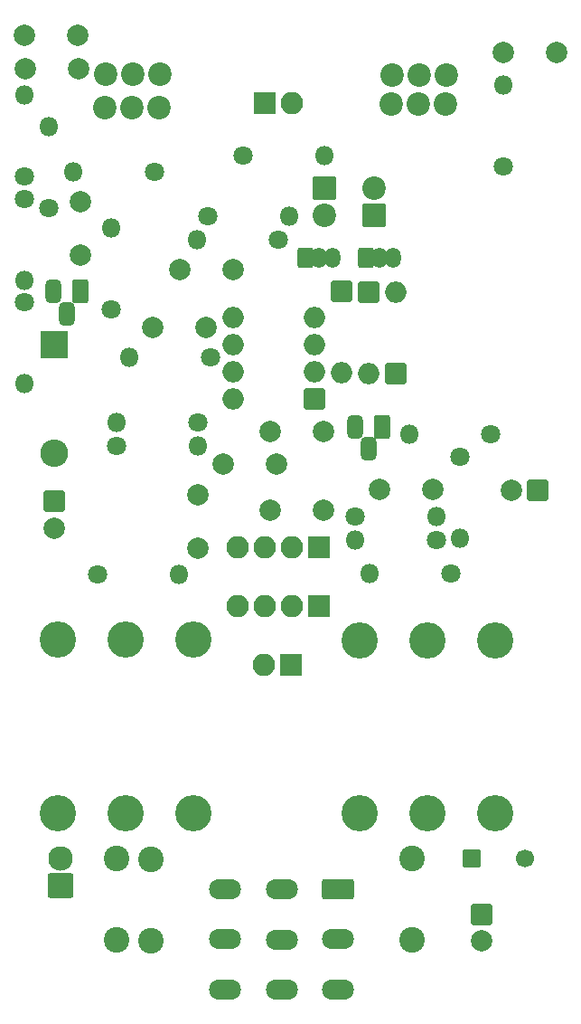
<source format=gbr>
%TF.GenerationSoftware,KiCad,Pcbnew,7.0.2-6a45011f42~172~ubuntu22.04.1*%
%TF.CreationDate,2023-05-16T10:09:17+01:00*%
%TF.ProjectId,greenbean,67726565-6e62-4656-916e-2e6b69636164,rev?*%
%TF.SameCoordinates,Original*%
%TF.FileFunction,Soldermask,Top*%
%TF.FilePolarity,Negative*%
%FSLAX46Y46*%
G04 Gerber Fmt 4.6, Leading zero omitted, Abs format (unit mm)*
G04 Created by KiCad (PCBNEW 7.0.2-6a45011f42~172~ubuntu22.04.1) date 2023-05-16 10:09:17*
%MOMM*%
%LPD*%
G01*
G04 APERTURE LIST*
G04 Aperture macros list*
%AMRoundRect*
0 Rectangle with rounded corners*
0 $1 Rounding radius*
0 $2 $3 $4 $5 $6 $7 $8 $9 X,Y pos of 4 corners*
0 Add a 4 corners polygon primitive as box body*
4,1,4,$2,$3,$4,$5,$6,$7,$8,$9,$2,$3,0*
0 Add four circle primitives for the rounded corners*
1,1,$1+$1,$2,$3*
1,1,$1+$1,$4,$5*
1,1,$1+$1,$6,$7*
1,1,$1+$1,$8,$9*
0 Add four rect primitives between the rounded corners*
20,1,$1+$1,$2,$3,$4,$5,0*
20,1,$1+$1,$4,$5,$6,$7,0*
20,1,$1+$1,$6,$7,$8,$9,0*
20,1,$1+$1,$8,$9,$2,$3,0*%
G04 Aperture macros list end*
%ADD10RoundRect,0.200000X-0.525000X-0.750000X0.525000X-0.750000X0.525000X0.750000X-0.525000X0.750000X0*%
%ADD11O,1.450000X1.900000*%
%ADD12C,1.800000*%
%ADD13O,1.800000X1.800000*%
%ADD14C,2.000000*%
%ADD15RoundRect,0.200000X-0.800000X0.800000X-0.800000X-0.800000X0.800000X-0.800000X0.800000X0.800000X0*%
%ADD16O,2.000000X2.000000*%
%ADD17C,3.400000*%
%ADD18RoundRect,0.200000X-0.650000X-0.650000X0.650000X-0.650000X0.650000X0.650000X-0.650000X0.650000X0*%
%ADD19C,1.700000*%
%ADD20RoundRect,0.200000X1.300000X0.750000X-1.300000X0.750000X-1.300000X-0.750000X1.300000X-0.750000X0*%
%ADD21O,3.000000X1.900000*%
%ADD22RoundRect,0.200000X0.800000X0.800000X-0.800000X0.800000X-0.800000X-0.800000X0.800000X-0.800000X0*%
%ADD23RoundRect,0.200000X-0.850000X0.850000X-0.850000X-0.850000X0.850000X-0.850000X0.850000X0.850000X0*%
%ADD24O,2.100000X2.100000*%
%ADD25RoundRect,0.200000X-0.900000X0.900000X-0.900000X-0.900000X0.900000X-0.900000X0.900000X0.900000X0*%
%ADD26C,2.200000*%
%ADD27RoundRect,0.200000X-1.100000X1.100000X-1.100000X-1.100000X1.100000X-1.100000X1.100000X1.100000X0*%
%ADD28O,2.600000X2.600000*%
%ADD29C,2.398980*%
%ADD30RoundRect,0.200000X1.000000X0.950000X-1.000000X0.950000X-1.000000X-0.950000X1.000000X-0.950000X0*%
%ADD31C,2.300000*%
%ADD32RoundRect,0.200000X0.900000X-0.900000X0.900000X0.900000X-0.900000X0.900000X-0.900000X-0.900000X0*%
%ADD33RoundRect,0.200000X0.550000X0.900000X-0.550000X0.900000X-0.550000X-0.900000X0.550000X-0.900000X0*%
%ADD34RoundRect,0.475000X0.275000X0.625000X-0.275000X0.625000X-0.275000X-0.625000X0.275000X-0.625000X0*%
%ADD35RoundRect,0.200000X0.800000X-0.800000X0.800000X0.800000X-0.800000X0.800000X-0.800000X-0.800000X0*%
%ADD36RoundRect,0.200000X0.850000X-0.850000X0.850000X0.850000X-0.850000X0.850000X-0.850000X-0.850000X0*%
G04 APERTURE END LIST*
D10*
%TO.C,Q4*%
X152080000Y-79720000D03*
D11*
X153350000Y-79720000D03*
X154620000Y-79720000D03*
%TD*%
D12*
%TO.C,R16*%
X132590000Y-109400000D03*
D13*
X140210000Y-109400000D03*
%TD*%
D12*
%TO.C,R2*%
X164360000Y-106180000D03*
D13*
X156740000Y-106180000D03*
%TD*%
D12*
%TO.C,R19*%
X125710000Y-74220000D03*
D13*
X125710000Y-81840000D03*
%TD*%
D12*
%TO.C,R13*%
X133840000Y-84510000D03*
D13*
X133840000Y-76890000D03*
%TD*%
D14*
%TO.C,C10*%
X141960000Y-101880000D03*
X141960000Y-106880000D03*
%TD*%
D15*
%TO.C,D4*%
X157970000Y-82900000D03*
D16*
X157970000Y-90520000D03*
%TD*%
D14*
%TO.C,C7*%
X175560000Y-60530000D03*
X170560000Y-60530000D03*
%TD*%
D12*
%TO.C,R1*%
X165680000Y-109240000D03*
D13*
X158060000Y-109240000D03*
%TD*%
D17*
%TO.C,J3*%
X128830000Y-131710000D03*
X141530000Y-131710000D03*
X135180000Y-131710000D03*
X128830000Y-115480000D03*
X141530000Y-115480000D03*
X135180000Y-115480000D03*
%TD*%
D12*
%TO.C,R3*%
X156740000Y-103960000D03*
D13*
X164360000Y-103960000D03*
%TD*%
D18*
%TO.C,C1*%
X167630000Y-135980000D03*
D19*
X172630000Y-135980000D03*
%TD*%
D14*
%TO.C,C9*%
X130930000Y-74450000D03*
X130930000Y-79450000D03*
%TD*%
D20*
%TO.C,SW1*%
X155130000Y-138805000D03*
D21*
X149830000Y-138805000D03*
X144530000Y-138805000D03*
X155130000Y-143505000D03*
X149830000Y-143530000D03*
X144530000Y-143505000D03*
X155130000Y-148205000D03*
X149830000Y-148205000D03*
X144530000Y-148205000D03*
%TD*%
D14*
%TO.C,C3*%
X148770000Y-96010000D03*
X153770000Y-96010000D03*
%TD*%
D12*
%TO.C,R6*%
X125730000Y-72140000D03*
D13*
X125730000Y-64520000D03*
%TD*%
D14*
%TO.C,C2*%
X159020000Y-101380000D03*
X164020000Y-101380000D03*
%TD*%
D10*
%TO.C,Q1*%
X157730000Y-79730000D03*
D11*
X159000000Y-79730000D03*
X160270000Y-79730000D03*
%TD*%
D14*
%TO.C,C5*%
X125770000Y-62010000D03*
X130770000Y-62010000D03*
%TD*%
D12*
%TO.C,R5*%
X166570000Y-98360000D03*
D13*
X166570000Y-105980000D03*
%TD*%
D22*
%TO.C,U1*%
X152930000Y-92930000D03*
D16*
X152930000Y-90390000D03*
X152930000Y-87850000D03*
X152930000Y-85310000D03*
X145310000Y-85310000D03*
X145310000Y-87850000D03*
X145310000Y-90390000D03*
X145310000Y-92930000D03*
%TD*%
D23*
%TO.C,JOVGI1*%
X153280000Y-112330000D03*
D24*
X150740000Y-112330000D03*
X148200000Y-112330000D03*
X145660000Y-112330000D03*
%TD*%
D12*
%TO.C,R10*%
X170590000Y-71160000D03*
D13*
X170590000Y-63540000D03*
%TD*%
D12*
%TO.C,R8*%
X149540000Y-78060000D03*
D13*
X141920000Y-78060000D03*
%TD*%
D12*
%TO.C,R7*%
X142920000Y-75840000D03*
D13*
X150540000Y-75840000D03*
%TD*%
D25*
%TO.C,D1*%
X153850000Y-73200000D03*
D26*
X153850000Y-75740000D03*
%TD*%
D27*
%TO.C,D7*%
X128490000Y-87830000D03*
D28*
X128490000Y-97990000D03*
%TD*%
D12*
%TO.C,R9*%
X146230000Y-70160000D03*
D13*
X153850000Y-70160000D03*
%TD*%
D23*
%TO.C,J4*%
X150720000Y-117790000D03*
D24*
X148180000Y-117790000D03*
%TD*%
D15*
%TO.C,D5*%
X155400000Y-82880000D03*
D16*
X155400000Y-90500000D03*
%TD*%
D29*
%TO.C,R2*%
X137580000Y-136000000D03*
X137580000Y-143620000D03*
%TD*%
D14*
%TO.C,C4*%
X125730000Y-58890000D03*
X130730000Y-58890000D03*
%TD*%
D30*
%TO.C,D1*%
X129080000Y-138520000D03*
D31*
X129080000Y-135980000D03*
%TD*%
D12*
%TO.C,R12*%
X128020000Y-75080000D03*
D13*
X128020000Y-67460000D03*
%TD*%
D29*
%TO.C,R3*%
X134330000Y-143600000D03*
X134330000Y-135980000D03*
%TD*%
D14*
%TO.C,C8*%
X137720000Y-86250000D03*
X142720000Y-86250000D03*
%TD*%
D32*
%TO.C,D2*%
X158500000Y-75745000D03*
D26*
X158500000Y-73205000D03*
%TD*%
D29*
%TO.C,R1*%
X162080000Y-135980000D03*
X162080000Y-143600000D03*
%TD*%
D12*
%TO.C,R14*%
X141990000Y-95160000D03*
D13*
X134370000Y-95160000D03*
%TD*%
D33*
%TO.C,Q3*%
X131010000Y-82890000D03*
D34*
X129740000Y-84960000D03*
X128470000Y-82890000D03*
%TD*%
D15*
%TO.C,C13*%
X128490000Y-102510000D03*
D14*
X128490000Y-105010000D03*
%TD*%
D12*
%TO.C,R18*%
X125700000Y-83840000D03*
D13*
X125700000Y-91460000D03*
%TD*%
D17*
%TO.C,J2*%
X169830000Y-115510000D03*
X157130000Y-115510000D03*
X163480000Y-115510000D03*
X169830000Y-131740000D03*
X157130000Y-131740000D03*
X163480000Y-131740000D03*
%TD*%
D14*
%TO.C,C1*%
X148710000Y-103370000D03*
X153710000Y-103370000D03*
%TD*%
D33*
%TO.C,Q2*%
X159230000Y-95530000D03*
D34*
X157960000Y-97600000D03*
X156690000Y-95530000D03*
%TD*%
D14*
%TO.C,C6*%
X140250000Y-80810000D03*
X145250000Y-80810000D03*
%TD*%
D12*
%TO.C,R11*%
X143190000Y-89010000D03*
D13*
X135570000Y-89010000D03*
%TD*%
D35*
%TO.C,D3*%
X160530000Y-90520000D03*
D16*
X160530000Y-82900000D03*
%TD*%
D36*
%TO.C,J1*%
X148230000Y-65280000D03*
D24*
X150770000Y-65280000D03*
%TD*%
D12*
%TO.C,R20*%
X137950000Y-71720000D03*
D13*
X130330000Y-71720000D03*
%TD*%
D15*
%TO.C,C2*%
X168580000Y-141180000D03*
D14*
X168580000Y-143680000D03*
%TD*%
D12*
%TO.C,R4*%
X169410000Y-96200000D03*
D13*
X161790000Y-96200000D03*
%TD*%
D14*
%TO.C,C11*%
X144330000Y-99020000D03*
X149330000Y-99020000D03*
%TD*%
D22*
%TO.C,C12*%
X173842651Y-101470000D03*
D14*
X171342651Y-101470000D03*
%TD*%
D23*
%TO.C,JOVGI2*%
X153280000Y-106780000D03*
D24*
X150740000Y-106780000D03*
X148200000Y-106780000D03*
X145660000Y-106780000D03*
%TD*%
D12*
%TO.C,R15*%
X134370000Y-97370000D03*
D13*
X141990000Y-97370000D03*
%TD*%
D26*
%TO.C,TONE*%
X160150000Y-62590000D03*
X162690000Y-62590000D03*
X165230000Y-62590000D03*
%TD*%
%TO.C,DRIVE*%
X138355000Y-65635000D03*
X135815000Y-65635000D03*
X133275000Y-65635000D03*
%TD*%
%TO.C,LOW*%
X133315000Y-62535000D03*
X135855000Y-62535000D03*
X138395000Y-62535000D03*
%TD*%
%TO.C,VOL*%
X165175000Y-65355000D03*
X162635000Y-65355000D03*
X160095000Y-65355000D03*
%TD*%
M02*

</source>
